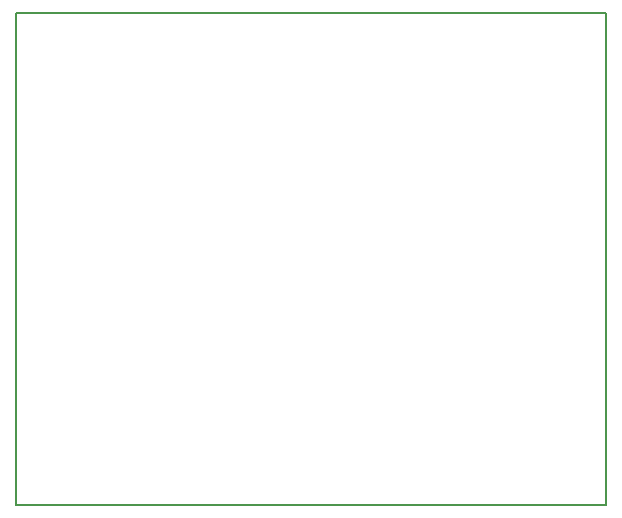
<source format=gm1>
G04 #@! TF.GenerationSoftware,KiCad,Pcbnew,5.1.5+dfsg1-2build2*
G04 #@! TF.CreationDate,2021-03-08T19:05:36+01:00*
G04 #@! TF.ProjectId,nunchuk64-tht,6e756e63-6875-46b3-9634-2d7468742e6b,rev?*
G04 #@! TF.SameCoordinates,Original*
G04 #@! TF.FileFunction,Profile,NP*
%FSLAX46Y46*%
G04 Gerber Fmt 4.6, Leading zero omitted, Abs format (unit mm)*
G04 Created by KiCad (PCBNEW 5.1.5+dfsg1-2build2) date 2021-03-08 19:05:36*
%MOMM*%
%LPD*%
G04 APERTURE LIST*
%ADD10C,0.150000*%
G04 APERTURE END LIST*
D10*
X76400000Y-113600000D02*
X76400000Y-72000000D01*
X126400000Y-113600000D02*
X76400000Y-113600000D01*
X126400000Y-72000000D02*
X126400000Y-113600000D01*
X76400000Y-72000000D02*
X126400000Y-72000000D01*
M02*

</source>
